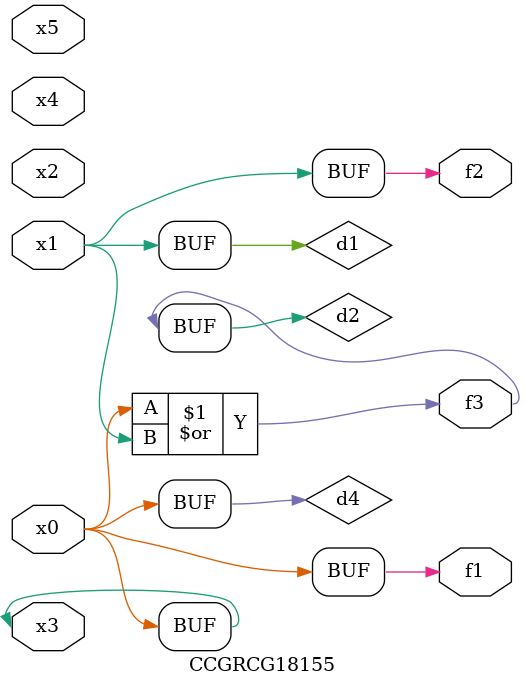
<source format=v>
module CCGRCG18155(
	input x0, x1, x2, x3, x4, x5,
	output f1, f2, f3
);

	wire d1, d2, d3, d4;

	and (d1, x1);
	or (d2, x0, x1);
	nand (d3, x0, x5);
	buf (d4, x0, x3);
	assign f1 = d4;
	assign f2 = d1;
	assign f3 = d2;
endmodule

</source>
